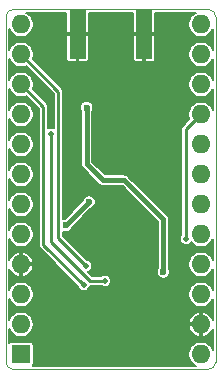
<source format=gbr>
%TF.GenerationSoftware,KiCad,Pcbnew,5.1.4-e60b266~84~ubuntu19.04.1*%
%TF.CreationDate,2020-03-24T20:07:43+00:00*%
%TF.ProjectId,ProMicro_LORA,50726f4d-6963-4726-9f5f-4c4f52412e6b,v1.1*%
%TF.SameCoordinates,Original*%
%TF.FileFunction,Copper,L2,Bot*%
%TF.FilePolarity,Positive*%
%FSLAX45Y45*%
G04 Gerber Fmt 4.5, Leading zero omitted, Abs format (unit mm)*
G04 Created by KiCad (PCBNEW 5.1.4-e60b266~84~ubuntu19.04.1) date 2020-03-24 20:07:43*
%MOMM*%
%LPD*%
G04 APERTURE LIST*
%ADD10C,0.100000*%
%ADD11R,1.350000X4.200000*%
%ADD12O,1.600000X1.600000*%
%ADD13R,1.600000X1.600000*%
%ADD14C,0.600000*%
%ADD15C,0.500000*%
%ADD16C,0.450000*%
%ADD17C,0.400000*%
%ADD18C,0.250000*%
%ADD19C,0.150000*%
G04 APERTURE END LIST*
D10*
X12573000Y-7556500D02*
G75*
G02X12636500Y-7493000I63500J0D01*
G01*
X14287500Y-7493000D02*
G75*
G02X14351000Y-7556500I0J-63500D01*
G01*
X12636500Y-7493000D02*
X14287500Y-7493000D01*
X14351000Y-10477500D02*
G75*
G02X14287500Y-10541000I-63500J0D01*
G01*
X12636500Y-10541000D02*
G75*
G02X12573000Y-10477500I0J63500D01*
G01*
X12573000Y-10477500D02*
X12573000Y-7556500D01*
X14287500Y-10541000D02*
X12636500Y-10541000D01*
X14351000Y-7556500D02*
X14351000Y-10477500D01*
D11*
X13179500Y-7703500D03*
X13744500Y-7703500D03*
D12*
X14224000Y-10414000D03*
X14224000Y-10160000D03*
X14224000Y-9906000D03*
X12700000Y-7620000D03*
X14224000Y-9652000D03*
X12700000Y-7874000D03*
X14224000Y-9398000D03*
X12700000Y-8128000D03*
X14224000Y-9144000D03*
X12700000Y-8382000D03*
X14224000Y-8890000D03*
X12700000Y-8636000D03*
X14224000Y-8636000D03*
X12700000Y-8890000D03*
X14224000Y-8382000D03*
X12700000Y-9144000D03*
X14224000Y-8128000D03*
X12700000Y-9398000D03*
X14224000Y-7874000D03*
X12700000Y-9652000D03*
X14224000Y-7620000D03*
X12700000Y-9906000D03*
X12700000Y-10160000D03*
D13*
X12700000Y-10414000D03*
D14*
X14033500Y-10033000D03*
X12890500Y-10160000D03*
X14097000Y-10287000D03*
X13970000Y-10414000D03*
X13843000Y-10160000D03*
X13652500Y-10160000D03*
X13462000Y-10160000D03*
X13271500Y-10160000D03*
X12954000Y-10414000D03*
X14160500Y-9525000D03*
X13462000Y-8420100D03*
D15*
X13589000Y-8585200D03*
D14*
X13589000Y-8420100D03*
X13931900Y-8305800D03*
X13931900Y-8191500D03*
X13931900Y-8064500D03*
X14033500Y-9594850D03*
D16*
X13525500Y-9017000D03*
X13753622Y-9014938D03*
D15*
X13081000Y-9093200D03*
D14*
X13347700Y-8420100D03*
X13335000Y-7937500D03*
X13589000Y-7937500D03*
X13931900Y-7937500D03*
X13931900Y-7797800D03*
X12801600Y-10033000D03*
X12954000Y-7747000D03*
X12827000Y-9017000D03*
X12827000Y-8763000D03*
X13144500Y-8255000D03*
X12954000Y-8001000D03*
X13081000Y-8890000D03*
X13366750Y-8191500D03*
D16*
X13426440Y-9017000D03*
D14*
X13271500Y-10033000D03*
X13462000Y-10033000D03*
X13652500Y-10033000D03*
X13462000Y-9271000D03*
X13462000Y-9525000D03*
X13716000Y-9525000D03*
X13716000Y-9271000D03*
X12827000Y-9271000D03*
X13081000Y-10160000D03*
X13893800Y-8521700D03*
X13208000Y-8890000D03*
X12890500Y-8191500D03*
X12827000Y-8509000D03*
X13944600Y-10007600D03*
X13830300Y-10007600D03*
D16*
X13652500Y-9017000D03*
D14*
X13906500Y-9715500D03*
X13256260Y-8324850D03*
X13081000Y-9321800D03*
X13277850Y-9124950D03*
D16*
X13393180Y-8938500D03*
D15*
X14097000Y-9436100D03*
X13252450Y-9664700D03*
X13230841Y-9827241D03*
X13411200Y-9791700D03*
X12954000Y-8547100D03*
D17*
X13652500Y-9017000D02*
X13843000Y-9207500D01*
X13906500Y-9271000D02*
X13843000Y-9207500D01*
X13906500Y-9715500D02*
X13906500Y-9271000D01*
X13081000Y-9321800D02*
X13277850Y-9124950D01*
X13393180Y-8938500D02*
X13574000Y-8938500D01*
X13574000Y-8938500D02*
X13592810Y-8957310D01*
X13652500Y-9017000D02*
X13592810Y-8957310D01*
X13256260Y-8801580D02*
X13256260Y-8324850D01*
X13393180Y-8938500D02*
X13256260Y-8801580D01*
D18*
X14097000Y-8509000D02*
X14097000Y-9436100D01*
X14224000Y-8382000D02*
X14097000Y-8509000D01*
X13227450Y-9639700D02*
X13252450Y-9664700D01*
X13017500Y-9429750D02*
X13227450Y-9639700D01*
X12700000Y-7874000D02*
X13017500Y-8191500D01*
X13017500Y-8191500D02*
X13017500Y-9429750D01*
X12700000Y-8128000D02*
X12890500Y-8318500D01*
X12890500Y-8318500D02*
X12890500Y-9486900D01*
X12890500Y-9486900D02*
X13230841Y-9827241D01*
X13411200Y-9791700D02*
X13284200Y-9791700D01*
X13284200Y-9791700D02*
X12954000Y-9461500D01*
X12954000Y-9461500D02*
X12954000Y-8547100D01*
D19*
G36*
X13084500Y-7689125D02*
G01*
X13091375Y-7696000D01*
X13172000Y-7696000D01*
X13172000Y-7694000D01*
X13187000Y-7694000D01*
X13187000Y-7696000D01*
X13267625Y-7696000D01*
X13274500Y-7689125D01*
X13274615Y-7520500D01*
X13649385Y-7520500D01*
X13649500Y-7689125D01*
X13656375Y-7696000D01*
X13737000Y-7696000D01*
X13737000Y-7694000D01*
X13752000Y-7694000D01*
X13752000Y-7696000D01*
X13832625Y-7696000D01*
X13839500Y-7689125D01*
X13839615Y-7520500D01*
X14183303Y-7520500D01*
X14173080Y-7524735D01*
X14155473Y-7536499D01*
X14140499Y-7551473D01*
X14128735Y-7569080D01*
X14120631Y-7588643D01*
X14116500Y-7609412D01*
X14116500Y-7630588D01*
X14120631Y-7651357D01*
X14128735Y-7670920D01*
X14140499Y-7688527D01*
X14155473Y-7703501D01*
X14173080Y-7715265D01*
X14192643Y-7723369D01*
X14213412Y-7727500D01*
X14234588Y-7727500D01*
X14255357Y-7723369D01*
X14274920Y-7715265D01*
X14292527Y-7703501D01*
X14307501Y-7688527D01*
X14319265Y-7670920D01*
X14323500Y-7660697D01*
X14323500Y-7833303D01*
X14319265Y-7823080D01*
X14307501Y-7805473D01*
X14292527Y-7790499D01*
X14274920Y-7778735D01*
X14255357Y-7770631D01*
X14234588Y-7766500D01*
X14213412Y-7766500D01*
X14192643Y-7770631D01*
X14173080Y-7778735D01*
X14155473Y-7790499D01*
X14140499Y-7805473D01*
X14128735Y-7823080D01*
X14120631Y-7842643D01*
X14116500Y-7863412D01*
X14116500Y-7884588D01*
X14120631Y-7905357D01*
X14128735Y-7924920D01*
X14140499Y-7942527D01*
X14155473Y-7957501D01*
X14173080Y-7969265D01*
X14192643Y-7977369D01*
X14213412Y-7981500D01*
X14234588Y-7981500D01*
X14255357Y-7977369D01*
X14274920Y-7969265D01*
X14292527Y-7957501D01*
X14307501Y-7942527D01*
X14319265Y-7924920D01*
X14323500Y-7914697D01*
X14323500Y-8087303D01*
X14319265Y-8077080D01*
X14307501Y-8059473D01*
X14292527Y-8044499D01*
X14274920Y-8032735D01*
X14255357Y-8024631D01*
X14234588Y-8020500D01*
X14213412Y-8020500D01*
X14192643Y-8024631D01*
X14173080Y-8032735D01*
X14155473Y-8044499D01*
X14140499Y-8059473D01*
X14128735Y-8077080D01*
X14120631Y-8096643D01*
X14116500Y-8117412D01*
X14116500Y-8138588D01*
X14120631Y-8159357D01*
X14128735Y-8178920D01*
X14140499Y-8196527D01*
X14155473Y-8211501D01*
X14173080Y-8223265D01*
X14192643Y-8231369D01*
X14213412Y-8235500D01*
X14234588Y-8235500D01*
X14255357Y-8231369D01*
X14274920Y-8223265D01*
X14292527Y-8211501D01*
X14307501Y-8196527D01*
X14319265Y-8178920D01*
X14323500Y-8168697D01*
X14323500Y-8341303D01*
X14319265Y-8331080D01*
X14307501Y-8313473D01*
X14292527Y-8298499D01*
X14274920Y-8286735D01*
X14255357Y-8278631D01*
X14234588Y-8274500D01*
X14213412Y-8274500D01*
X14192643Y-8278631D01*
X14173080Y-8286735D01*
X14155473Y-8298499D01*
X14140499Y-8313473D01*
X14128735Y-8331080D01*
X14120631Y-8350643D01*
X14116500Y-8371412D01*
X14116500Y-8392588D01*
X14120631Y-8413357D01*
X14125155Y-8424277D01*
X14070105Y-8479326D01*
X14068579Y-8480579D01*
X14063580Y-8486670D01*
X14059866Y-8493619D01*
X14058956Y-8496618D01*
X14057579Y-8501159D01*
X14056806Y-8509000D01*
X14057000Y-8510965D01*
X14057000Y-9401854D01*
X14056221Y-9402633D01*
X14050475Y-9411232D01*
X14046518Y-9420786D01*
X14044500Y-9430929D01*
X14044500Y-9441271D01*
X14046518Y-9451414D01*
X14050475Y-9460968D01*
X14056221Y-9469567D01*
X14063533Y-9476879D01*
X14072132Y-9482625D01*
X14081686Y-9486582D01*
X14091829Y-9488600D01*
X14102171Y-9488600D01*
X14112314Y-9486582D01*
X14121868Y-9482625D01*
X14130467Y-9476879D01*
X14137779Y-9469567D01*
X14140155Y-9466012D01*
X14140499Y-9466527D01*
X14155473Y-9481501D01*
X14173080Y-9493265D01*
X14192643Y-9501369D01*
X14213412Y-9505500D01*
X14234588Y-9505500D01*
X14255357Y-9501369D01*
X14274920Y-9493265D01*
X14292527Y-9481501D01*
X14307501Y-9466527D01*
X14319265Y-9448920D01*
X14323500Y-9438697D01*
X14323500Y-9611304D01*
X14319265Y-9601080D01*
X14307501Y-9583473D01*
X14292527Y-9568499D01*
X14274920Y-9556735D01*
X14255357Y-9548631D01*
X14234588Y-9544500D01*
X14213412Y-9544500D01*
X14192643Y-9548631D01*
X14173080Y-9556735D01*
X14155473Y-9568499D01*
X14140499Y-9583473D01*
X14128735Y-9601080D01*
X14120631Y-9620643D01*
X14116500Y-9641412D01*
X14116500Y-9662588D01*
X14120631Y-9683357D01*
X14128735Y-9702920D01*
X14140499Y-9720527D01*
X14155473Y-9735501D01*
X14173080Y-9747265D01*
X14192643Y-9755369D01*
X14213412Y-9759500D01*
X14234588Y-9759500D01*
X14255357Y-9755369D01*
X14274920Y-9747265D01*
X14292527Y-9735501D01*
X14307501Y-9720527D01*
X14319265Y-9702920D01*
X14323500Y-9692697D01*
X14323500Y-9865304D01*
X14319265Y-9855080D01*
X14307501Y-9837473D01*
X14292527Y-9822499D01*
X14274920Y-9810735D01*
X14255357Y-9802631D01*
X14234588Y-9798500D01*
X14213412Y-9798500D01*
X14192643Y-9802631D01*
X14173080Y-9810735D01*
X14155473Y-9822499D01*
X14140499Y-9837473D01*
X14128735Y-9855080D01*
X14120631Y-9874643D01*
X14116500Y-9895412D01*
X14116500Y-9916588D01*
X14120631Y-9937357D01*
X14128735Y-9956920D01*
X14140499Y-9974527D01*
X14155473Y-9989501D01*
X14173080Y-10001265D01*
X14192643Y-10009369D01*
X14213412Y-10013500D01*
X14234588Y-10013500D01*
X14255357Y-10009369D01*
X14274920Y-10001265D01*
X14292527Y-9989501D01*
X14307501Y-9974527D01*
X14319265Y-9956920D01*
X14323500Y-9946697D01*
X14323500Y-10119842D01*
X14315166Y-10103034D01*
X14302301Y-10086343D01*
X14286427Y-10072483D01*
X14268153Y-10061986D01*
X14248183Y-10055255D01*
X14231500Y-10059637D01*
X14231500Y-10152500D01*
X14233500Y-10152500D01*
X14233500Y-10167500D01*
X14231500Y-10167500D01*
X14231500Y-10260363D01*
X14248183Y-10264745D01*
X14268153Y-10258014D01*
X14286427Y-10247517D01*
X14302301Y-10233657D01*
X14315166Y-10216966D01*
X14323500Y-10200158D01*
X14323500Y-10373304D01*
X14319265Y-10363080D01*
X14307501Y-10345473D01*
X14292527Y-10330499D01*
X14274920Y-10318735D01*
X14255357Y-10310631D01*
X14234588Y-10306500D01*
X14213412Y-10306500D01*
X14192643Y-10310631D01*
X14173080Y-10318735D01*
X14155473Y-10330499D01*
X14140499Y-10345473D01*
X14128735Y-10363080D01*
X14120631Y-10382643D01*
X14116500Y-10403412D01*
X14116500Y-10424588D01*
X14120631Y-10445357D01*
X14128735Y-10464920D01*
X14140499Y-10482527D01*
X14155473Y-10497501D01*
X14173080Y-10509265D01*
X14183303Y-10513500D01*
X12799572Y-10513500D01*
X12802976Y-10509352D01*
X12805530Y-10504575D01*
X12807102Y-10499391D01*
X12807633Y-10494000D01*
X12807633Y-10334000D01*
X12807102Y-10328609D01*
X12805530Y-10323425D01*
X12802976Y-10318648D01*
X12799539Y-10314461D01*
X12795352Y-10311024D01*
X12790575Y-10308470D01*
X12785391Y-10306898D01*
X12780000Y-10306367D01*
X12620000Y-10306367D01*
X12614609Y-10306898D01*
X12609425Y-10308470D01*
X12604648Y-10311024D01*
X12600500Y-10314428D01*
X12600500Y-10200697D01*
X12604735Y-10210920D01*
X12616499Y-10228527D01*
X12631473Y-10243501D01*
X12649080Y-10255265D01*
X12668643Y-10263369D01*
X12689412Y-10267500D01*
X12710588Y-10267500D01*
X12731357Y-10263369D01*
X12750920Y-10255265D01*
X12768527Y-10243501D01*
X12783501Y-10228527D01*
X12795265Y-10210920D01*
X12803369Y-10191357D01*
X12804796Y-10184183D01*
X14119255Y-10184183D01*
X14123472Y-10198086D01*
X14132834Y-10216966D01*
X14145699Y-10233657D01*
X14161573Y-10247517D01*
X14179847Y-10258014D01*
X14199817Y-10264745D01*
X14216500Y-10260363D01*
X14216500Y-10167500D01*
X14123655Y-10167500D01*
X14119255Y-10184183D01*
X12804796Y-10184183D01*
X12807500Y-10170588D01*
X12807500Y-10149412D01*
X12804796Y-10135817D01*
X14119255Y-10135817D01*
X14123655Y-10152500D01*
X14216500Y-10152500D01*
X14216500Y-10059637D01*
X14199817Y-10055255D01*
X14179847Y-10061986D01*
X14161573Y-10072483D01*
X14145699Y-10086343D01*
X14132834Y-10103034D01*
X14123472Y-10121915D01*
X14119255Y-10135817D01*
X12804796Y-10135817D01*
X12803369Y-10128643D01*
X12795265Y-10109080D01*
X12783501Y-10091473D01*
X12768527Y-10076499D01*
X12750920Y-10064735D01*
X12731357Y-10056631D01*
X12710588Y-10052500D01*
X12689412Y-10052500D01*
X12668643Y-10056631D01*
X12649080Y-10064735D01*
X12631473Y-10076499D01*
X12616499Y-10091473D01*
X12604735Y-10109080D01*
X12600500Y-10119303D01*
X12600500Y-9946697D01*
X12604735Y-9956920D01*
X12616499Y-9974527D01*
X12631473Y-9989501D01*
X12649080Y-10001265D01*
X12668643Y-10009369D01*
X12689412Y-10013500D01*
X12710588Y-10013500D01*
X12731357Y-10009369D01*
X12750920Y-10001265D01*
X12768527Y-9989501D01*
X12783501Y-9974527D01*
X12795265Y-9956920D01*
X12803369Y-9937357D01*
X12807500Y-9916588D01*
X12807500Y-9895412D01*
X12803369Y-9874643D01*
X12795265Y-9855080D01*
X12783501Y-9837473D01*
X12768527Y-9822499D01*
X12750920Y-9810735D01*
X12731357Y-9802631D01*
X12710588Y-9798500D01*
X12689412Y-9798500D01*
X12668643Y-9802631D01*
X12649080Y-9810735D01*
X12631473Y-9822499D01*
X12616499Y-9837473D01*
X12604735Y-9855080D01*
X12600500Y-9865303D01*
X12600500Y-9692158D01*
X12608834Y-9708966D01*
X12621699Y-9725657D01*
X12637573Y-9739517D01*
X12655847Y-9750014D01*
X12675817Y-9756745D01*
X12692500Y-9752363D01*
X12692500Y-9659500D01*
X12707500Y-9659500D01*
X12707500Y-9752363D01*
X12724183Y-9756745D01*
X12744153Y-9750014D01*
X12762427Y-9739517D01*
X12778301Y-9725657D01*
X12791166Y-9708966D01*
X12800528Y-9690086D01*
X12804745Y-9676183D01*
X12800345Y-9659500D01*
X12707500Y-9659500D01*
X12692500Y-9659500D01*
X12690500Y-9659500D01*
X12690500Y-9644500D01*
X12692500Y-9644500D01*
X12692500Y-9551637D01*
X12707500Y-9551637D01*
X12707500Y-9644500D01*
X12800345Y-9644500D01*
X12804745Y-9627817D01*
X12800528Y-9613915D01*
X12791166Y-9595034D01*
X12778301Y-9578343D01*
X12762427Y-9564483D01*
X12744153Y-9553986D01*
X12724183Y-9547255D01*
X12707500Y-9551637D01*
X12692500Y-9551637D01*
X12675817Y-9547255D01*
X12655847Y-9553986D01*
X12637573Y-9564483D01*
X12621699Y-9578343D01*
X12608834Y-9595034D01*
X12600500Y-9611842D01*
X12600500Y-9438697D01*
X12604735Y-9448920D01*
X12616499Y-9466527D01*
X12631473Y-9481501D01*
X12649080Y-9493265D01*
X12668643Y-9501369D01*
X12689412Y-9505500D01*
X12710588Y-9505500D01*
X12731357Y-9501369D01*
X12750920Y-9493265D01*
X12768527Y-9481501D01*
X12783501Y-9466527D01*
X12795265Y-9448920D01*
X12803369Y-9429357D01*
X12807500Y-9408588D01*
X12807500Y-9387412D01*
X12803369Y-9366643D01*
X12795265Y-9347080D01*
X12783501Y-9329473D01*
X12768527Y-9314499D01*
X12750920Y-9302735D01*
X12731357Y-9294631D01*
X12710588Y-9290500D01*
X12689412Y-9290500D01*
X12668643Y-9294631D01*
X12649080Y-9302735D01*
X12631473Y-9314499D01*
X12616499Y-9329473D01*
X12604735Y-9347080D01*
X12600500Y-9357303D01*
X12600500Y-9184697D01*
X12604735Y-9194920D01*
X12616499Y-9212527D01*
X12631473Y-9227501D01*
X12649080Y-9239265D01*
X12668643Y-9247369D01*
X12689412Y-9251500D01*
X12710588Y-9251500D01*
X12731357Y-9247369D01*
X12750920Y-9239265D01*
X12768527Y-9227501D01*
X12783501Y-9212527D01*
X12795265Y-9194920D01*
X12803369Y-9175357D01*
X12807500Y-9154588D01*
X12807500Y-9133412D01*
X12803369Y-9112643D01*
X12795265Y-9093080D01*
X12783501Y-9075473D01*
X12768527Y-9060499D01*
X12750920Y-9048735D01*
X12731357Y-9040631D01*
X12710588Y-9036500D01*
X12689412Y-9036500D01*
X12668643Y-9040631D01*
X12649080Y-9048735D01*
X12631473Y-9060499D01*
X12616499Y-9075473D01*
X12604735Y-9093080D01*
X12600500Y-9103303D01*
X12600500Y-8930697D01*
X12604735Y-8940920D01*
X12616499Y-8958527D01*
X12631473Y-8973501D01*
X12649080Y-8985265D01*
X12668643Y-8993369D01*
X12689412Y-8997500D01*
X12710588Y-8997500D01*
X12731357Y-8993369D01*
X12750920Y-8985265D01*
X12768527Y-8973501D01*
X12783501Y-8958527D01*
X12795265Y-8940920D01*
X12803369Y-8921357D01*
X12807500Y-8900588D01*
X12807500Y-8879412D01*
X12803369Y-8858643D01*
X12795265Y-8839080D01*
X12783501Y-8821473D01*
X12768527Y-8806499D01*
X12750920Y-8794735D01*
X12731357Y-8786631D01*
X12710588Y-8782500D01*
X12689412Y-8782500D01*
X12668643Y-8786631D01*
X12649080Y-8794735D01*
X12631473Y-8806499D01*
X12616499Y-8821473D01*
X12604735Y-8839080D01*
X12600500Y-8849303D01*
X12600500Y-8676697D01*
X12604735Y-8686920D01*
X12616499Y-8704527D01*
X12631473Y-8719501D01*
X12649080Y-8731265D01*
X12668643Y-8739369D01*
X12689412Y-8743500D01*
X12710588Y-8743500D01*
X12731357Y-8739369D01*
X12750920Y-8731265D01*
X12768527Y-8719501D01*
X12783501Y-8704527D01*
X12795265Y-8686920D01*
X12803369Y-8667357D01*
X12807500Y-8646588D01*
X12807500Y-8625412D01*
X12803369Y-8604643D01*
X12795265Y-8585080D01*
X12783501Y-8567473D01*
X12768527Y-8552499D01*
X12750920Y-8540735D01*
X12731357Y-8532631D01*
X12710588Y-8528500D01*
X12689412Y-8528500D01*
X12668643Y-8532631D01*
X12649080Y-8540735D01*
X12631473Y-8552499D01*
X12616499Y-8567473D01*
X12604735Y-8585080D01*
X12600500Y-8595303D01*
X12600500Y-8422697D01*
X12604735Y-8432920D01*
X12616499Y-8450527D01*
X12631473Y-8465501D01*
X12649080Y-8477265D01*
X12668643Y-8485369D01*
X12689412Y-8489500D01*
X12710588Y-8489500D01*
X12731357Y-8485369D01*
X12750920Y-8477265D01*
X12768527Y-8465501D01*
X12783501Y-8450527D01*
X12795265Y-8432920D01*
X12803369Y-8413357D01*
X12807500Y-8392588D01*
X12807500Y-8371412D01*
X12803369Y-8350643D01*
X12795265Y-8331080D01*
X12783501Y-8313473D01*
X12768527Y-8298499D01*
X12750920Y-8286735D01*
X12731357Y-8278631D01*
X12710588Y-8274500D01*
X12689412Y-8274500D01*
X12668643Y-8278631D01*
X12649080Y-8286735D01*
X12631473Y-8298499D01*
X12616499Y-8313473D01*
X12604735Y-8331080D01*
X12600500Y-8341303D01*
X12600500Y-8168697D01*
X12604735Y-8178920D01*
X12616499Y-8196527D01*
X12631473Y-8211501D01*
X12649080Y-8223265D01*
X12668643Y-8231369D01*
X12689412Y-8235500D01*
X12710588Y-8235500D01*
X12731357Y-8231369D01*
X12742277Y-8226845D01*
X12850500Y-8335069D01*
X12850500Y-9484934D01*
X12850306Y-9486900D01*
X12851079Y-9494741D01*
X12853366Y-9502281D01*
X12857080Y-9509230D01*
X12860826Y-9513795D01*
X12860827Y-9513795D01*
X12862079Y-9515321D01*
X12863605Y-9516573D01*
X13178341Y-9831309D01*
X13178341Y-9832411D01*
X13180358Y-9842554D01*
X13184316Y-9852109D01*
X13190061Y-9860707D01*
X13197374Y-9868020D01*
X13205972Y-9873766D01*
X13215527Y-9877723D01*
X13225670Y-9879741D01*
X13236011Y-9879741D01*
X13246154Y-9877723D01*
X13255709Y-9873766D01*
X13264307Y-9868020D01*
X13271620Y-9860707D01*
X13277365Y-9852109D01*
X13281323Y-9842554D01*
X13283341Y-9832411D01*
X13283341Y-9831809D01*
X13284200Y-9831893D01*
X13286163Y-9831700D01*
X13376954Y-9831700D01*
X13377733Y-9832479D01*
X13386332Y-9838225D01*
X13395886Y-9842182D01*
X13406029Y-9844200D01*
X13416371Y-9844200D01*
X13426514Y-9842182D01*
X13436068Y-9838225D01*
X13444667Y-9832479D01*
X13451979Y-9825167D01*
X13457725Y-9816568D01*
X13461682Y-9807014D01*
X13463700Y-9796871D01*
X13463700Y-9786529D01*
X13461682Y-9776386D01*
X13457725Y-9766832D01*
X13451979Y-9758233D01*
X13444667Y-9750921D01*
X13436068Y-9745175D01*
X13426514Y-9741218D01*
X13416371Y-9739200D01*
X13406029Y-9739200D01*
X13395886Y-9741218D01*
X13386332Y-9745175D01*
X13377733Y-9750921D01*
X13376954Y-9751700D01*
X13300769Y-9751700D01*
X13264834Y-9715765D01*
X13267764Y-9715182D01*
X13277318Y-9711225D01*
X13285917Y-9705479D01*
X13293229Y-9698167D01*
X13298975Y-9689568D01*
X13302932Y-9680014D01*
X13304950Y-9669871D01*
X13304950Y-9659529D01*
X13302932Y-9649386D01*
X13298975Y-9639832D01*
X13293229Y-9631233D01*
X13285917Y-9623921D01*
X13277318Y-9618175D01*
X13267764Y-9614218D01*
X13257621Y-9612200D01*
X13256519Y-9612200D01*
X13057500Y-9413182D01*
X13057500Y-9374304D01*
X13064228Y-9377090D01*
X13075337Y-9379300D01*
X13086663Y-9379300D01*
X13097772Y-9377090D01*
X13108236Y-9372756D01*
X13117654Y-9366463D01*
X13125663Y-9358454D01*
X13131956Y-9349037D01*
X13136290Y-9338572D01*
X13137504Y-9332471D01*
X13288521Y-9181454D01*
X13294622Y-9180240D01*
X13305086Y-9175906D01*
X13314504Y-9169613D01*
X13322513Y-9161604D01*
X13328806Y-9152187D01*
X13333140Y-9141722D01*
X13335350Y-9130613D01*
X13335350Y-9119287D01*
X13333140Y-9108178D01*
X13328806Y-9097714D01*
X13322513Y-9088296D01*
X13314504Y-9080287D01*
X13305086Y-9073994D01*
X13294622Y-9069660D01*
X13283513Y-9067450D01*
X13272187Y-9067450D01*
X13261078Y-9069660D01*
X13250613Y-9073994D01*
X13241196Y-9080287D01*
X13233187Y-9088296D01*
X13226894Y-9097714D01*
X13222560Y-9108178D01*
X13221346Y-9114279D01*
X13070329Y-9265296D01*
X13064228Y-9266510D01*
X13057500Y-9269297D01*
X13057500Y-8319187D01*
X13198760Y-8319187D01*
X13198760Y-8330513D01*
X13200970Y-8341622D01*
X13205304Y-8352086D01*
X13208760Y-8357259D01*
X13208760Y-8799247D01*
X13208530Y-8801580D01*
X13208760Y-8803913D01*
X13209447Y-8810892D01*
X13212163Y-8819845D01*
X13216574Y-8828097D01*
X13222510Y-8835330D01*
X13224323Y-8836818D01*
X13348292Y-8960787D01*
X13348871Y-8962184D01*
X13354342Y-8970373D01*
X13361307Y-8977338D01*
X13369496Y-8982809D01*
X13378595Y-8986579D01*
X13388255Y-8988500D01*
X13398105Y-8988500D01*
X13407764Y-8986579D01*
X13409161Y-8986000D01*
X13554325Y-8986000D01*
X13560872Y-8992547D01*
X13560873Y-8992548D01*
X13607612Y-9039287D01*
X13608191Y-9040684D01*
X13613662Y-9048873D01*
X13620627Y-9055838D01*
X13628816Y-9061309D01*
X13630213Y-9061888D01*
X13811062Y-9242737D01*
X13811063Y-9242738D01*
X13859000Y-9290675D01*
X13859000Y-9683092D01*
X13855544Y-9688264D01*
X13851210Y-9698728D01*
X13849000Y-9709837D01*
X13849000Y-9721163D01*
X13851210Y-9732272D01*
X13855544Y-9742737D01*
X13861837Y-9752154D01*
X13869846Y-9760163D01*
X13879263Y-9766456D01*
X13889728Y-9770790D01*
X13900837Y-9773000D01*
X13912163Y-9773000D01*
X13923272Y-9770790D01*
X13933736Y-9766456D01*
X13943154Y-9760163D01*
X13951163Y-9752154D01*
X13957456Y-9742737D01*
X13961790Y-9732272D01*
X13964000Y-9721163D01*
X13964000Y-9709837D01*
X13961790Y-9698728D01*
X13957456Y-9688264D01*
X13954000Y-9683092D01*
X13954000Y-9273333D01*
X13954230Y-9271000D01*
X13953313Y-9261688D01*
X13950597Y-9252735D01*
X13946186Y-9244483D01*
X13941737Y-9239062D01*
X13940250Y-9237250D01*
X13938438Y-9235763D01*
X13878238Y-9175563D01*
X13878237Y-9175562D01*
X13697388Y-8994713D01*
X13696809Y-8993316D01*
X13691337Y-8985127D01*
X13684373Y-8978163D01*
X13676184Y-8972691D01*
X13674787Y-8972112D01*
X13628048Y-8925373D01*
X13628047Y-8925372D01*
X13609238Y-8906563D01*
X13607750Y-8904750D01*
X13600517Y-8898814D01*
X13592265Y-8894403D01*
X13583312Y-8891687D01*
X13576333Y-8891000D01*
X13574000Y-8890770D01*
X13571667Y-8891000D01*
X13412855Y-8891000D01*
X13303760Y-8781905D01*
X13303760Y-8357258D01*
X13307216Y-8352086D01*
X13311550Y-8341622D01*
X13313760Y-8330513D01*
X13313760Y-8319187D01*
X13311550Y-8308078D01*
X13307216Y-8297613D01*
X13300923Y-8288196D01*
X13292914Y-8280187D01*
X13283496Y-8273894D01*
X13273032Y-8269560D01*
X13261923Y-8267350D01*
X13250597Y-8267350D01*
X13239488Y-8269560D01*
X13229023Y-8273894D01*
X13219606Y-8280187D01*
X13211597Y-8288196D01*
X13205304Y-8297613D01*
X13200970Y-8308078D01*
X13198760Y-8319187D01*
X13057500Y-8319187D01*
X13057500Y-8193464D01*
X13057693Y-8191500D01*
X13057500Y-8189535D01*
X13056921Y-8183659D01*
X13054634Y-8176119D01*
X13050920Y-8169170D01*
X13045921Y-8163079D01*
X13044395Y-8161827D01*
X12798845Y-7916277D01*
X12799996Y-7913500D01*
X13084367Y-7913500D01*
X13084898Y-7918891D01*
X13086470Y-7924075D01*
X13089024Y-7928852D01*
X13092460Y-7933040D01*
X13096648Y-7936476D01*
X13101425Y-7939030D01*
X13106609Y-7940602D01*
X13112000Y-7941133D01*
X13165125Y-7941000D01*
X13172000Y-7934125D01*
X13172000Y-7711000D01*
X13187000Y-7711000D01*
X13187000Y-7934125D01*
X13193875Y-7941000D01*
X13247000Y-7941133D01*
X13252391Y-7940602D01*
X13257575Y-7939030D01*
X13262352Y-7936476D01*
X13266540Y-7933040D01*
X13269976Y-7928852D01*
X13272530Y-7924075D01*
X13274102Y-7918891D01*
X13274633Y-7913500D01*
X13649367Y-7913500D01*
X13649898Y-7918891D01*
X13651470Y-7924075D01*
X13654024Y-7928852D01*
X13657460Y-7933040D01*
X13661648Y-7936476D01*
X13666425Y-7939030D01*
X13671609Y-7940602D01*
X13677000Y-7941133D01*
X13730125Y-7941000D01*
X13737000Y-7934125D01*
X13737000Y-7711000D01*
X13752000Y-7711000D01*
X13752000Y-7934125D01*
X13758875Y-7941000D01*
X13812000Y-7941133D01*
X13817391Y-7940602D01*
X13822575Y-7939030D01*
X13827352Y-7936476D01*
X13831540Y-7933040D01*
X13834976Y-7928852D01*
X13837530Y-7924075D01*
X13839102Y-7918891D01*
X13839633Y-7913500D01*
X13839500Y-7717875D01*
X13832625Y-7711000D01*
X13752000Y-7711000D01*
X13737000Y-7711000D01*
X13656375Y-7711000D01*
X13649500Y-7717875D01*
X13649367Y-7913500D01*
X13274633Y-7913500D01*
X13274500Y-7717875D01*
X13267625Y-7711000D01*
X13187000Y-7711000D01*
X13172000Y-7711000D01*
X13091375Y-7711000D01*
X13084500Y-7717875D01*
X13084367Y-7913500D01*
X12799996Y-7913500D01*
X12803369Y-7905357D01*
X12807500Y-7884588D01*
X12807500Y-7863412D01*
X12803369Y-7842643D01*
X12795265Y-7823080D01*
X12783501Y-7805473D01*
X12768527Y-7790499D01*
X12750920Y-7778735D01*
X12731357Y-7770631D01*
X12710588Y-7766500D01*
X12689412Y-7766500D01*
X12668643Y-7770631D01*
X12649080Y-7778735D01*
X12631473Y-7790499D01*
X12616499Y-7805473D01*
X12604735Y-7823080D01*
X12600500Y-7833303D01*
X12600500Y-7660697D01*
X12604735Y-7670920D01*
X12616499Y-7688527D01*
X12631473Y-7703501D01*
X12649080Y-7715265D01*
X12668643Y-7723369D01*
X12689412Y-7727500D01*
X12710588Y-7727500D01*
X12731357Y-7723369D01*
X12750920Y-7715265D01*
X12768527Y-7703501D01*
X12783501Y-7688527D01*
X12795265Y-7670920D01*
X12803369Y-7651357D01*
X12807500Y-7630588D01*
X12807500Y-7609412D01*
X12803369Y-7588643D01*
X12795265Y-7569080D01*
X12783501Y-7551473D01*
X12768527Y-7536499D01*
X12750920Y-7524735D01*
X12740697Y-7520500D01*
X13084385Y-7520500D01*
X13084500Y-7689125D01*
X13084500Y-7689125D01*
G37*
X13084500Y-7689125D02*
X13091375Y-7696000D01*
X13172000Y-7696000D01*
X13172000Y-7694000D01*
X13187000Y-7694000D01*
X13187000Y-7696000D01*
X13267625Y-7696000D01*
X13274500Y-7689125D01*
X13274615Y-7520500D01*
X13649385Y-7520500D01*
X13649500Y-7689125D01*
X13656375Y-7696000D01*
X13737000Y-7696000D01*
X13737000Y-7694000D01*
X13752000Y-7694000D01*
X13752000Y-7696000D01*
X13832625Y-7696000D01*
X13839500Y-7689125D01*
X13839615Y-7520500D01*
X14183303Y-7520500D01*
X14173080Y-7524735D01*
X14155473Y-7536499D01*
X14140499Y-7551473D01*
X14128735Y-7569080D01*
X14120631Y-7588643D01*
X14116500Y-7609412D01*
X14116500Y-7630588D01*
X14120631Y-7651357D01*
X14128735Y-7670920D01*
X14140499Y-7688527D01*
X14155473Y-7703501D01*
X14173080Y-7715265D01*
X14192643Y-7723369D01*
X14213412Y-7727500D01*
X14234588Y-7727500D01*
X14255357Y-7723369D01*
X14274920Y-7715265D01*
X14292527Y-7703501D01*
X14307501Y-7688527D01*
X14319265Y-7670920D01*
X14323500Y-7660697D01*
X14323500Y-7833303D01*
X14319265Y-7823080D01*
X14307501Y-7805473D01*
X14292527Y-7790499D01*
X14274920Y-7778735D01*
X14255357Y-7770631D01*
X14234588Y-7766500D01*
X14213412Y-7766500D01*
X14192643Y-7770631D01*
X14173080Y-7778735D01*
X14155473Y-7790499D01*
X14140499Y-7805473D01*
X14128735Y-7823080D01*
X14120631Y-7842643D01*
X14116500Y-7863412D01*
X14116500Y-7884588D01*
X14120631Y-7905357D01*
X14128735Y-7924920D01*
X14140499Y-7942527D01*
X14155473Y-7957501D01*
X14173080Y-7969265D01*
X14192643Y-7977369D01*
X14213412Y-7981500D01*
X14234588Y-7981500D01*
X14255357Y-7977369D01*
X14274920Y-7969265D01*
X14292527Y-7957501D01*
X14307501Y-7942527D01*
X14319265Y-7924920D01*
X14323500Y-7914697D01*
X14323500Y-8087303D01*
X14319265Y-8077080D01*
X14307501Y-8059473D01*
X14292527Y-8044499D01*
X14274920Y-8032735D01*
X14255357Y-8024631D01*
X14234588Y-8020500D01*
X14213412Y-8020500D01*
X14192643Y-8024631D01*
X14173080Y-8032735D01*
X14155473Y-8044499D01*
X14140499Y-8059473D01*
X14128735Y-8077080D01*
X14120631Y-8096643D01*
X14116500Y-8117412D01*
X14116500Y-8138588D01*
X14120631Y-8159357D01*
X14128735Y-8178920D01*
X14140499Y-8196527D01*
X14155473Y-8211501D01*
X14173080Y-8223265D01*
X14192643Y-8231369D01*
X14213412Y-8235500D01*
X14234588Y-8235500D01*
X14255357Y-8231369D01*
X14274920Y-8223265D01*
X14292527Y-8211501D01*
X14307501Y-8196527D01*
X14319265Y-8178920D01*
X14323500Y-8168697D01*
X14323500Y-8341303D01*
X14319265Y-8331080D01*
X14307501Y-8313473D01*
X14292527Y-8298499D01*
X14274920Y-8286735D01*
X14255357Y-8278631D01*
X14234588Y-8274500D01*
X14213412Y-8274500D01*
X14192643Y-8278631D01*
X14173080Y-8286735D01*
X14155473Y-8298499D01*
X14140499Y-8313473D01*
X14128735Y-8331080D01*
X14120631Y-8350643D01*
X14116500Y-8371412D01*
X14116500Y-8392588D01*
X14120631Y-8413357D01*
X14125155Y-8424277D01*
X14070105Y-8479326D01*
X14068579Y-8480579D01*
X14063580Y-8486670D01*
X14059866Y-8493619D01*
X14058956Y-8496618D01*
X14057579Y-8501159D01*
X14056806Y-8509000D01*
X14057000Y-8510965D01*
X14057000Y-9401854D01*
X14056221Y-9402633D01*
X14050475Y-9411232D01*
X14046518Y-9420786D01*
X14044500Y-9430929D01*
X14044500Y-9441271D01*
X14046518Y-9451414D01*
X14050475Y-9460968D01*
X14056221Y-9469567D01*
X14063533Y-9476879D01*
X14072132Y-9482625D01*
X14081686Y-9486582D01*
X14091829Y-9488600D01*
X14102171Y-9488600D01*
X14112314Y-9486582D01*
X14121868Y-9482625D01*
X14130467Y-9476879D01*
X14137779Y-9469567D01*
X14140155Y-9466012D01*
X14140499Y-9466527D01*
X14155473Y-9481501D01*
X14173080Y-9493265D01*
X14192643Y-9501369D01*
X14213412Y-9505500D01*
X14234588Y-9505500D01*
X14255357Y-9501369D01*
X14274920Y-9493265D01*
X14292527Y-9481501D01*
X14307501Y-9466527D01*
X14319265Y-9448920D01*
X14323500Y-9438697D01*
X14323500Y-9611304D01*
X14319265Y-9601080D01*
X14307501Y-9583473D01*
X14292527Y-9568499D01*
X14274920Y-9556735D01*
X14255357Y-9548631D01*
X14234588Y-9544500D01*
X14213412Y-9544500D01*
X14192643Y-9548631D01*
X14173080Y-9556735D01*
X14155473Y-9568499D01*
X14140499Y-9583473D01*
X14128735Y-9601080D01*
X14120631Y-9620643D01*
X14116500Y-9641412D01*
X14116500Y-9662588D01*
X14120631Y-9683357D01*
X14128735Y-9702920D01*
X14140499Y-9720527D01*
X14155473Y-9735501D01*
X14173080Y-9747265D01*
X14192643Y-9755369D01*
X14213412Y-9759500D01*
X14234588Y-9759500D01*
X14255357Y-9755369D01*
X14274920Y-9747265D01*
X14292527Y-9735501D01*
X14307501Y-9720527D01*
X14319265Y-9702920D01*
X14323500Y-9692697D01*
X14323500Y-9865304D01*
X14319265Y-9855080D01*
X14307501Y-9837473D01*
X14292527Y-9822499D01*
X14274920Y-9810735D01*
X14255357Y-9802631D01*
X14234588Y-9798500D01*
X14213412Y-9798500D01*
X14192643Y-9802631D01*
X14173080Y-9810735D01*
X14155473Y-9822499D01*
X14140499Y-9837473D01*
X14128735Y-9855080D01*
X14120631Y-9874643D01*
X14116500Y-9895412D01*
X14116500Y-9916588D01*
X14120631Y-9937357D01*
X14128735Y-9956920D01*
X14140499Y-9974527D01*
X14155473Y-9989501D01*
X14173080Y-10001265D01*
X14192643Y-10009369D01*
X14213412Y-10013500D01*
X14234588Y-10013500D01*
X14255357Y-10009369D01*
X14274920Y-10001265D01*
X14292527Y-9989501D01*
X14307501Y-9974527D01*
X14319265Y-9956920D01*
X14323500Y-9946697D01*
X14323500Y-10119842D01*
X14315166Y-10103034D01*
X14302301Y-10086343D01*
X14286427Y-10072483D01*
X14268153Y-10061986D01*
X14248183Y-10055255D01*
X14231500Y-10059637D01*
X14231500Y-10152500D01*
X14233500Y-10152500D01*
X14233500Y-10167500D01*
X14231500Y-10167500D01*
X14231500Y-10260363D01*
X14248183Y-10264745D01*
X14268153Y-10258014D01*
X14286427Y-10247517D01*
X14302301Y-10233657D01*
X14315166Y-10216966D01*
X14323500Y-10200158D01*
X14323500Y-10373304D01*
X14319265Y-10363080D01*
X14307501Y-10345473D01*
X14292527Y-10330499D01*
X14274920Y-10318735D01*
X14255357Y-10310631D01*
X14234588Y-10306500D01*
X14213412Y-10306500D01*
X14192643Y-10310631D01*
X14173080Y-10318735D01*
X14155473Y-10330499D01*
X14140499Y-10345473D01*
X14128735Y-10363080D01*
X14120631Y-10382643D01*
X14116500Y-10403412D01*
X14116500Y-10424588D01*
X14120631Y-10445357D01*
X14128735Y-10464920D01*
X14140499Y-10482527D01*
X14155473Y-10497501D01*
X14173080Y-10509265D01*
X14183303Y-10513500D01*
X12799572Y-10513500D01*
X12802976Y-10509352D01*
X12805530Y-10504575D01*
X12807102Y-10499391D01*
X12807633Y-10494000D01*
X12807633Y-10334000D01*
X12807102Y-10328609D01*
X12805530Y-10323425D01*
X12802976Y-10318648D01*
X12799539Y-10314461D01*
X12795352Y-10311024D01*
X12790575Y-10308470D01*
X12785391Y-10306898D01*
X12780000Y-10306367D01*
X12620000Y-10306367D01*
X12614609Y-10306898D01*
X12609425Y-10308470D01*
X12604648Y-10311024D01*
X12600500Y-10314428D01*
X12600500Y-10200697D01*
X12604735Y-10210920D01*
X12616499Y-10228527D01*
X12631473Y-10243501D01*
X12649080Y-10255265D01*
X12668643Y-10263369D01*
X12689412Y-10267500D01*
X12710588Y-10267500D01*
X12731357Y-10263369D01*
X12750920Y-10255265D01*
X12768527Y-10243501D01*
X12783501Y-10228527D01*
X12795265Y-10210920D01*
X12803369Y-10191357D01*
X12804796Y-10184183D01*
X14119255Y-10184183D01*
X14123472Y-10198086D01*
X14132834Y-10216966D01*
X14145699Y-10233657D01*
X14161573Y-10247517D01*
X14179847Y-10258014D01*
X14199817Y-10264745D01*
X14216500Y-10260363D01*
X14216500Y-10167500D01*
X14123655Y-10167500D01*
X14119255Y-10184183D01*
X12804796Y-10184183D01*
X12807500Y-10170588D01*
X12807500Y-10149412D01*
X12804796Y-10135817D01*
X14119255Y-10135817D01*
X14123655Y-10152500D01*
X14216500Y-10152500D01*
X14216500Y-10059637D01*
X14199817Y-10055255D01*
X14179847Y-10061986D01*
X14161573Y-10072483D01*
X14145699Y-10086343D01*
X14132834Y-10103034D01*
X14123472Y-10121915D01*
X14119255Y-10135817D01*
X12804796Y-10135817D01*
X12803369Y-10128643D01*
X12795265Y-10109080D01*
X12783501Y-10091473D01*
X12768527Y-10076499D01*
X12750920Y-10064735D01*
X12731357Y-10056631D01*
X12710588Y-10052500D01*
X12689412Y-10052500D01*
X12668643Y-10056631D01*
X12649080Y-10064735D01*
X12631473Y-10076499D01*
X12616499Y-10091473D01*
X12604735Y-10109080D01*
X12600500Y-10119303D01*
X12600500Y-9946697D01*
X12604735Y-9956920D01*
X12616499Y-9974527D01*
X12631473Y-9989501D01*
X12649080Y-10001265D01*
X12668643Y-10009369D01*
X12689412Y-10013500D01*
X12710588Y-10013500D01*
X12731357Y-10009369D01*
X12750920Y-10001265D01*
X12768527Y-9989501D01*
X12783501Y-9974527D01*
X12795265Y-9956920D01*
X12803369Y-9937357D01*
X12807500Y-9916588D01*
X12807500Y-9895412D01*
X12803369Y-9874643D01*
X12795265Y-9855080D01*
X12783501Y-9837473D01*
X12768527Y-9822499D01*
X12750920Y-9810735D01*
X12731357Y-9802631D01*
X12710588Y-9798500D01*
X12689412Y-9798500D01*
X12668643Y-9802631D01*
X12649080Y-9810735D01*
X12631473Y-9822499D01*
X12616499Y-9837473D01*
X12604735Y-9855080D01*
X12600500Y-9865303D01*
X12600500Y-9692158D01*
X12608834Y-9708966D01*
X12621699Y-9725657D01*
X12637573Y-9739517D01*
X12655847Y-9750014D01*
X12675817Y-9756745D01*
X12692500Y-9752363D01*
X12692500Y-9659500D01*
X12707500Y-9659500D01*
X12707500Y-9752363D01*
X12724183Y-9756745D01*
X12744153Y-9750014D01*
X12762427Y-9739517D01*
X12778301Y-9725657D01*
X12791166Y-9708966D01*
X12800528Y-9690086D01*
X12804745Y-9676183D01*
X12800345Y-9659500D01*
X12707500Y-9659500D01*
X12692500Y-9659500D01*
X12690500Y-9659500D01*
X12690500Y-9644500D01*
X12692500Y-9644500D01*
X12692500Y-9551637D01*
X12707500Y-9551637D01*
X12707500Y-9644500D01*
X12800345Y-9644500D01*
X12804745Y-9627817D01*
X12800528Y-9613915D01*
X12791166Y-9595034D01*
X12778301Y-9578343D01*
X12762427Y-9564483D01*
X12744153Y-9553986D01*
X12724183Y-9547255D01*
X12707500Y-9551637D01*
X12692500Y-9551637D01*
X12675817Y-9547255D01*
X12655847Y-9553986D01*
X12637573Y-9564483D01*
X12621699Y-9578343D01*
X12608834Y-9595034D01*
X12600500Y-9611842D01*
X12600500Y-9438697D01*
X12604735Y-9448920D01*
X12616499Y-9466527D01*
X12631473Y-9481501D01*
X12649080Y-9493265D01*
X12668643Y-9501369D01*
X12689412Y-9505500D01*
X12710588Y-9505500D01*
X12731357Y-9501369D01*
X12750920Y-9493265D01*
X12768527Y-9481501D01*
X12783501Y-9466527D01*
X12795265Y-9448920D01*
X12803369Y-9429357D01*
X12807500Y-9408588D01*
X12807500Y-9387412D01*
X12803369Y-9366643D01*
X12795265Y-9347080D01*
X12783501Y-9329473D01*
X12768527Y-9314499D01*
X12750920Y-9302735D01*
X12731357Y-9294631D01*
X12710588Y-9290500D01*
X12689412Y-9290500D01*
X12668643Y-9294631D01*
X12649080Y-9302735D01*
X12631473Y-9314499D01*
X12616499Y-9329473D01*
X12604735Y-9347080D01*
X12600500Y-9357303D01*
X12600500Y-9184697D01*
X12604735Y-9194920D01*
X12616499Y-9212527D01*
X12631473Y-9227501D01*
X12649080Y-9239265D01*
X12668643Y-9247369D01*
X12689412Y-9251500D01*
X12710588Y-9251500D01*
X12731357Y-9247369D01*
X12750920Y-9239265D01*
X12768527Y-9227501D01*
X12783501Y-9212527D01*
X12795265Y-9194920D01*
X12803369Y-9175357D01*
X12807500Y-9154588D01*
X12807500Y-9133412D01*
X12803369Y-9112643D01*
X12795265Y-9093080D01*
X12783501Y-9075473D01*
X12768527Y-9060499D01*
X12750920Y-9048735D01*
X12731357Y-9040631D01*
X12710588Y-9036500D01*
X12689412Y-9036500D01*
X12668643Y-9040631D01*
X12649080Y-9048735D01*
X12631473Y-9060499D01*
X12616499Y-9075473D01*
X12604735Y-9093080D01*
X12600500Y-9103303D01*
X12600500Y-8930697D01*
X12604735Y-8940920D01*
X12616499Y-8958527D01*
X12631473Y-8973501D01*
X12649080Y-8985265D01*
X12668643Y-8993369D01*
X12689412Y-8997500D01*
X12710588Y-8997500D01*
X12731357Y-8993369D01*
X12750920Y-8985265D01*
X12768527Y-8973501D01*
X12783501Y-8958527D01*
X12795265Y-8940920D01*
X12803369Y-8921357D01*
X12807500Y-8900588D01*
X12807500Y-8879412D01*
X12803369Y-8858643D01*
X12795265Y-8839080D01*
X12783501Y-8821473D01*
X12768527Y-8806499D01*
X12750920Y-8794735D01*
X12731357Y-8786631D01*
X12710588Y-8782500D01*
X12689412Y-8782500D01*
X12668643Y-8786631D01*
X12649080Y-8794735D01*
X12631473Y-8806499D01*
X12616499Y-8821473D01*
X12604735Y-8839080D01*
X12600500Y-8849303D01*
X12600500Y-8676697D01*
X12604735Y-8686920D01*
X12616499Y-8704527D01*
X12631473Y-8719501D01*
X12649080Y-8731265D01*
X12668643Y-8739369D01*
X12689412Y-8743500D01*
X12710588Y-8743500D01*
X12731357Y-8739369D01*
X12750920Y-8731265D01*
X12768527Y-8719501D01*
X12783501Y-8704527D01*
X12795265Y-8686920D01*
X12803369Y-8667357D01*
X12807500Y-8646588D01*
X12807500Y-8625412D01*
X12803369Y-8604643D01*
X12795265Y-8585080D01*
X12783501Y-8567473D01*
X12768527Y-8552499D01*
X12750920Y-8540735D01*
X12731357Y-8532631D01*
X12710588Y-8528500D01*
X12689412Y-8528500D01*
X12668643Y-8532631D01*
X12649080Y-8540735D01*
X12631473Y-8552499D01*
X12616499Y-8567473D01*
X12604735Y-8585080D01*
X12600500Y-8595303D01*
X12600500Y-8422697D01*
X12604735Y-8432920D01*
X12616499Y-8450527D01*
X12631473Y-8465501D01*
X12649080Y-8477265D01*
X12668643Y-8485369D01*
X12689412Y-8489500D01*
X12710588Y-8489500D01*
X12731357Y-8485369D01*
X12750920Y-8477265D01*
X12768527Y-8465501D01*
X12783501Y-8450527D01*
X12795265Y-8432920D01*
X12803369Y-8413357D01*
X12807500Y-8392588D01*
X12807500Y-8371412D01*
X12803369Y-8350643D01*
X12795265Y-8331080D01*
X12783501Y-8313473D01*
X12768527Y-8298499D01*
X12750920Y-8286735D01*
X12731357Y-8278631D01*
X12710588Y-8274500D01*
X12689412Y-8274500D01*
X12668643Y-8278631D01*
X12649080Y-8286735D01*
X12631473Y-8298499D01*
X12616499Y-8313473D01*
X12604735Y-8331080D01*
X12600500Y-8341303D01*
X12600500Y-8168697D01*
X12604735Y-8178920D01*
X12616499Y-8196527D01*
X12631473Y-8211501D01*
X12649080Y-8223265D01*
X12668643Y-8231369D01*
X12689412Y-8235500D01*
X12710588Y-8235500D01*
X12731357Y-8231369D01*
X12742277Y-8226845D01*
X12850500Y-8335069D01*
X12850500Y-9484934D01*
X12850306Y-9486900D01*
X12851079Y-9494741D01*
X12853366Y-9502281D01*
X12857080Y-9509230D01*
X12860826Y-9513795D01*
X12860827Y-9513795D01*
X12862079Y-9515321D01*
X12863605Y-9516573D01*
X13178341Y-9831309D01*
X13178341Y-9832411D01*
X13180358Y-9842554D01*
X13184316Y-9852109D01*
X13190061Y-9860707D01*
X13197374Y-9868020D01*
X13205972Y-9873766D01*
X13215527Y-9877723D01*
X13225670Y-9879741D01*
X13236011Y-9879741D01*
X13246154Y-9877723D01*
X13255709Y-9873766D01*
X13264307Y-9868020D01*
X13271620Y-9860707D01*
X13277365Y-9852109D01*
X13281323Y-9842554D01*
X13283341Y-9832411D01*
X13283341Y-9831809D01*
X13284200Y-9831893D01*
X13286163Y-9831700D01*
X13376954Y-9831700D01*
X13377733Y-9832479D01*
X13386332Y-9838225D01*
X13395886Y-9842182D01*
X13406029Y-9844200D01*
X13416371Y-9844200D01*
X13426514Y-9842182D01*
X13436068Y-9838225D01*
X13444667Y-9832479D01*
X13451979Y-9825167D01*
X13457725Y-9816568D01*
X13461682Y-9807014D01*
X13463700Y-9796871D01*
X13463700Y-9786529D01*
X13461682Y-9776386D01*
X13457725Y-9766832D01*
X13451979Y-9758233D01*
X13444667Y-9750921D01*
X13436068Y-9745175D01*
X13426514Y-9741218D01*
X13416371Y-9739200D01*
X13406029Y-9739200D01*
X13395886Y-9741218D01*
X13386332Y-9745175D01*
X13377733Y-9750921D01*
X13376954Y-9751700D01*
X13300769Y-9751700D01*
X13264834Y-9715765D01*
X13267764Y-9715182D01*
X13277318Y-9711225D01*
X13285917Y-9705479D01*
X13293229Y-9698167D01*
X13298975Y-9689568D01*
X13302932Y-9680014D01*
X13304950Y-9669871D01*
X13304950Y-9659529D01*
X13302932Y-9649386D01*
X13298975Y-9639832D01*
X13293229Y-9631233D01*
X13285917Y-9623921D01*
X13277318Y-9618175D01*
X13267764Y-9614218D01*
X13257621Y-9612200D01*
X13256519Y-9612200D01*
X13057500Y-9413182D01*
X13057500Y-9374304D01*
X13064228Y-9377090D01*
X13075337Y-9379300D01*
X13086663Y-9379300D01*
X13097772Y-9377090D01*
X13108236Y-9372756D01*
X13117654Y-9366463D01*
X13125663Y-9358454D01*
X13131956Y-9349037D01*
X13136290Y-9338572D01*
X13137504Y-9332471D01*
X13288521Y-9181454D01*
X13294622Y-9180240D01*
X13305086Y-9175906D01*
X13314504Y-9169613D01*
X13322513Y-9161604D01*
X13328806Y-9152187D01*
X13333140Y-9141722D01*
X13335350Y-9130613D01*
X13335350Y-9119287D01*
X13333140Y-9108178D01*
X13328806Y-9097714D01*
X13322513Y-9088296D01*
X13314504Y-9080287D01*
X13305086Y-9073994D01*
X13294622Y-9069660D01*
X13283513Y-9067450D01*
X13272187Y-9067450D01*
X13261078Y-9069660D01*
X13250613Y-9073994D01*
X13241196Y-9080287D01*
X13233187Y-9088296D01*
X13226894Y-9097714D01*
X13222560Y-9108178D01*
X13221346Y-9114279D01*
X13070329Y-9265296D01*
X13064228Y-9266510D01*
X13057500Y-9269297D01*
X13057500Y-8319187D01*
X13198760Y-8319187D01*
X13198760Y-8330513D01*
X13200970Y-8341622D01*
X13205304Y-8352086D01*
X13208760Y-8357259D01*
X13208760Y-8799247D01*
X13208530Y-8801580D01*
X13208760Y-8803913D01*
X13209447Y-8810892D01*
X13212163Y-8819845D01*
X13216574Y-8828097D01*
X13222510Y-8835330D01*
X13224323Y-8836818D01*
X13348292Y-8960787D01*
X13348871Y-8962184D01*
X13354342Y-8970373D01*
X13361307Y-8977338D01*
X13369496Y-8982809D01*
X13378595Y-8986579D01*
X13388255Y-8988500D01*
X13398105Y-8988500D01*
X13407764Y-8986579D01*
X13409161Y-8986000D01*
X13554325Y-8986000D01*
X13560872Y-8992547D01*
X13560873Y-8992548D01*
X13607612Y-9039287D01*
X13608191Y-9040684D01*
X13613662Y-9048873D01*
X13620627Y-9055838D01*
X13628816Y-9061309D01*
X13630213Y-9061888D01*
X13811062Y-9242737D01*
X13811063Y-9242738D01*
X13859000Y-9290675D01*
X13859000Y-9683092D01*
X13855544Y-9688264D01*
X13851210Y-9698728D01*
X13849000Y-9709837D01*
X13849000Y-9721163D01*
X13851210Y-9732272D01*
X13855544Y-9742737D01*
X13861837Y-9752154D01*
X13869846Y-9760163D01*
X13879263Y-9766456D01*
X13889728Y-9770790D01*
X13900837Y-9773000D01*
X13912163Y-9773000D01*
X13923272Y-9770790D01*
X13933736Y-9766456D01*
X13943154Y-9760163D01*
X13951163Y-9752154D01*
X13957456Y-9742737D01*
X13961790Y-9732272D01*
X13964000Y-9721163D01*
X13964000Y-9709837D01*
X13961790Y-9698728D01*
X13957456Y-9688264D01*
X13954000Y-9683092D01*
X13954000Y-9273333D01*
X13954230Y-9271000D01*
X13953313Y-9261688D01*
X13950597Y-9252735D01*
X13946186Y-9244483D01*
X13941737Y-9239062D01*
X13940250Y-9237250D01*
X13938438Y-9235763D01*
X13878238Y-9175563D01*
X13878237Y-9175562D01*
X13697388Y-8994713D01*
X13696809Y-8993316D01*
X13691337Y-8985127D01*
X13684373Y-8978163D01*
X13676184Y-8972691D01*
X13674787Y-8972112D01*
X13628048Y-8925373D01*
X13628047Y-8925372D01*
X13609238Y-8906563D01*
X13607750Y-8904750D01*
X13600517Y-8898814D01*
X13592265Y-8894403D01*
X13583312Y-8891687D01*
X13576333Y-8891000D01*
X13574000Y-8890770D01*
X13571667Y-8891000D01*
X13412855Y-8891000D01*
X13303760Y-8781905D01*
X13303760Y-8357258D01*
X13307216Y-8352086D01*
X13311550Y-8341622D01*
X13313760Y-8330513D01*
X13313760Y-8319187D01*
X13311550Y-8308078D01*
X13307216Y-8297613D01*
X13300923Y-8288196D01*
X13292914Y-8280187D01*
X13283496Y-8273894D01*
X13273032Y-8269560D01*
X13261923Y-8267350D01*
X13250597Y-8267350D01*
X13239488Y-8269560D01*
X13229023Y-8273894D01*
X13219606Y-8280187D01*
X13211597Y-8288196D01*
X13205304Y-8297613D01*
X13200970Y-8308078D01*
X13198760Y-8319187D01*
X13057500Y-8319187D01*
X13057500Y-8193464D01*
X13057693Y-8191500D01*
X13057500Y-8189535D01*
X13056921Y-8183659D01*
X13054634Y-8176119D01*
X13050920Y-8169170D01*
X13045921Y-8163079D01*
X13044395Y-8161827D01*
X12798845Y-7916277D01*
X12799996Y-7913500D01*
X13084367Y-7913500D01*
X13084898Y-7918891D01*
X13086470Y-7924075D01*
X13089024Y-7928852D01*
X13092460Y-7933040D01*
X13096648Y-7936476D01*
X13101425Y-7939030D01*
X13106609Y-7940602D01*
X13112000Y-7941133D01*
X13165125Y-7941000D01*
X13172000Y-7934125D01*
X13172000Y-7711000D01*
X13187000Y-7711000D01*
X13187000Y-7934125D01*
X13193875Y-7941000D01*
X13247000Y-7941133D01*
X13252391Y-7940602D01*
X13257575Y-7939030D01*
X13262352Y-7936476D01*
X13266540Y-7933040D01*
X13269976Y-7928852D01*
X13272530Y-7924075D01*
X13274102Y-7918891D01*
X13274633Y-7913500D01*
X13649367Y-7913500D01*
X13649898Y-7918891D01*
X13651470Y-7924075D01*
X13654024Y-7928852D01*
X13657460Y-7933040D01*
X13661648Y-7936476D01*
X13666425Y-7939030D01*
X13671609Y-7940602D01*
X13677000Y-7941133D01*
X13730125Y-7941000D01*
X13737000Y-7934125D01*
X13737000Y-7711000D01*
X13752000Y-7711000D01*
X13752000Y-7934125D01*
X13758875Y-7941000D01*
X13812000Y-7941133D01*
X13817391Y-7940602D01*
X13822575Y-7939030D01*
X13827352Y-7936476D01*
X13831540Y-7933040D01*
X13834976Y-7928852D01*
X13837530Y-7924075D01*
X13839102Y-7918891D01*
X13839633Y-7913500D01*
X13839500Y-7717875D01*
X13832625Y-7711000D01*
X13752000Y-7711000D01*
X13737000Y-7711000D01*
X13656375Y-7711000D01*
X13649500Y-7717875D01*
X13649367Y-7913500D01*
X13274633Y-7913500D01*
X13274500Y-7717875D01*
X13267625Y-7711000D01*
X13187000Y-7711000D01*
X13172000Y-7711000D01*
X13091375Y-7711000D01*
X13084500Y-7717875D01*
X13084367Y-7913500D01*
X12799996Y-7913500D01*
X12803369Y-7905357D01*
X12807500Y-7884588D01*
X12807500Y-7863412D01*
X12803369Y-7842643D01*
X12795265Y-7823080D01*
X12783501Y-7805473D01*
X12768527Y-7790499D01*
X12750920Y-7778735D01*
X12731357Y-7770631D01*
X12710588Y-7766500D01*
X12689412Y-7766500D01*
X12668643Y-7770631D01*
X12649080Y-7778735D01*
X12631473Y-7790499D01*
X12616499Y-7805473D01*
X12604735Y-7823080D01*
X12600500Y-7833303D01*
X12600500Y-7660697D01*
X12604735Y-7670920D01*
X12616499Y-7688527D01*
X12631473Y-7703501D01*
X12649080Y-7715265D01*
X12668643Y-7723369D01*
X12689412Y-7727500D01*
X12710588Y-7727500D01*
X12731357Y-7723369D01*
X12750920Y-7715265D01*
X12768527Y-7703501D01*
X12783501Y-7688527D01*
X12795265Y-7670920D01*
X12803369Y-7651357D01*
X12807500Y-7630588D01*
X12807500Y-7609412D01*
X12803369Y-7588643D01*
X12795265Y-7569080D01*
X12783501Y-7551473D01*
X12768527Y-7536499D01*
X12750920Y-7524735D01*
X12740697Y-7520500D01*
X13084385Y-7520500D01*
X13084500Y-7689125D01*
G36*
X12604735Y-7924920D02*
G01*
X12616499Y-7942527D01*
X12631473Y-7957501D01*
X12649080Y-7969265D01*
X12668643Y-7977369D01*
X12689412Y-7981500D01*
X12710588Y-7981500D01*
X12731357Y-7977369D01*
X12742277Y-7972845D01*
X12977500Y-8208069D01*
X12977500Y-8500008D01*
X12969314Y-8496618D01*
X12959171Y-8494600D01*
X12948829Y-8494600D01*
X12938686Y-8496618D01*
X12930500Y-8500008D01*
X12930500Y-8320465D01*
X12930693Y-8318500D01*
X12929921Y-8310659D01*
X12927634Y-8303119D01*
X12923920Y-8296170D01*
X12920173Y-8291605D01*
X12920173Y-8291605D01*
X12918921Y-8290079D01*
X12917395Y-8288827D01*
X12798845Y-8170277D01*
X12803369Y-8159357D01*
X12807500Y-8138588D01*
X12807500Y-8117412D01*
X12803369Y-8096643D01*
X12795265Y-8077080D01*
X12783501Y-8059473D01*
X12768527Y-8044499D01*
X12750920Y-8032735D01*
X12731357Y-8024631D01*
X12710588Y-8020500D01*
X12689412Y-8020500D01*
X12668643Y-8024631D01*
X12649080Y-8032735D01*
X12631473Y-8044499D01*
X12616499Y-8059473D01*
X12604735Y-8077080D01*
X12600500Y-8087303D01*
X12600500Y-7914697D01*
X12604735Y-7924920D01*
X12604735Y-7924920D01*
G37*
X12604735Y-7924920D02*
X12616499Y-7942527D01*
X12631473Y-7957501D01*
X12649080Y-7969265D01*
X12668643Y-7977369D01*
X12689412Y-7981500D01*
X12710588Y-7981500D01*
X12731357Y-7977369D01*
X12742277Y-7972845D01*
X12977500Y-8208069D01*
X12977500Y-8500008D01*
X12969314Y-8496618D01*
X12959171Y-8494600D01*
X12948829Y-8494600D01*
X12938686Y-8496618D01*
X12930500Y-8500008D01*
X12930500Y-8320465D01*
X12930693Y-8318500D01*
X12929921Y-8310659D01*
X12927634Y-8303119D01*
X12923920Y-8296170D01*
X12920173Y-8291605D01*
X12920173Y-8291605D01*
X12918921Y-8290079D01*
X12917395Y-8288827D01*
X12798845Y-8170277D01*
X12803369Y-8159357D01*
X12807500Y-8138588D01*
X12807500Y-8117412D01*
X12803369Y-8096643D01*
X12795265Y-8077080D01*
X12783501Y-8059473D01*
X12768527Y-8044499D01*
X12750920Y-8032735D01*
X12731357Y-8024631D01*
X12710588Y-8020500D01*
X12689412Y-8020500D01*
X12668643Y-8024631D01*
X12649080Y-8032735D01*
X12631473Y-8044499D01*
X12616499Y-8059473D01*
X12604735Y-8077080D01*
X12600500Y-8087303D01*
X12600500Y-7914697D01*
X12604735Y-7924920D01*
M02*

</source>
